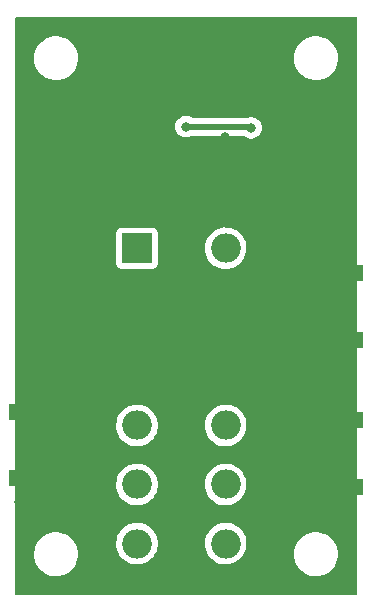
<source format=gbr>
%TF.GenerationSoftware,KiCad,Pcbnew,(6.0.1)*%
%TF.CreationDate,2022-02-11T18:33:40+00:00*%
%TF.ProjectId,Relay_RF_G2RL,52656c61-795f-4524-965f-4732524c2e6b,rev?*%
%TF.SameCoordinates,Original*%
%TF.FileFunction,Copper,L2,Bot*%
%TF.FilePolarity,Positive*%
%FSLAX46Y46*%
G04 Gerber Fmt 4.6, Leading zero omitted, Abs format (unit mm)*
G04 Created by KiCad (PCBNEW (6.0.1)) date 2022-02-11 18:33:40*
%MOMM*%
%LPD*%
G01*
G04 APERTURE LIST*
%TA.AperFunction,SMDPad,CuDef*%
%ADD10R,4.200000X1.350000*%
%TD*%
%TA.AperFunction,ComponentPad*%
%ADD11R,2.500000X2.500000*%
%TD*%
%TA.AperFunction,ComponentPad*%
%ADD12O,2.500000X2.500000*%
%TD*%
%TA.AperFunction,ViaPad*%
%ADD13C,0.800000*%
%TD*%
%TA.AperFunction,Conductor*%
%ADD14C,0.500000*%
%TD*%
G04 APERTURE END LIST*
D10*
%TO.P,J2,2,Ext*%
%TO.N,GND*%
X102100000Y-139575000D03*
X102100000Y-133925000D03*
%TD*%
%TO.P,J4,2,Ext*%
%TO.N,GND*%
X127900000Y-134675000D03*
X127900000Y-140325000D03*
%TD*%
D11*
%TO.P,RL1,1*%
%TO.N,Net-(C1-Pad1)*%
X110850000Y-120100000D03*
D12*
%TO.P,RL1,2*%
%TO.N,Net-(J3-Pad1)*%
X110850000Y-135100000D03*
%TO.P,RL1,3*%
%TO.N,Net-(J2-Pad1)*%
X110850000Y-140100000D03*
%TO.P,RL1,4*%
%TO.N,unconnected-(RL1-Pad4)*%
X110850000Y-145100000D03*
%TO.P,RL1,5*%
%TO.N,Net-(J4-Pad1)*%
X118350000Y-145100000D03*
%TO.P,RL1,6*%
%TO.N,Net-(J2-Pad1)*%
X118350000Y-140100000D03*
%TO.P,RL1,7*%
%TO.N,unconnected-(RL1-Pad7)*%
X118350000Y-135100000D03*
%TO.P,RL1,8*%
%TO.N,Net-(C2-Pad1)*%
X118350000Y-120100000D03*
%TD*%
D10*
%TO.P,J3,2,Ext*%
%TO.N,GND*%
X127900000Y-127825000D03*
X127900000Y-122175000D03*
%TD*%
D13*
%TO.N,GND*%
X121500000Y-137450000D03*
X127750000Y-120400000D03*
X100900000Y-141550000D03*
X120550000Y-128850000D03*
X115150000Y-133800000D03*
X105050000Y-141250000D03*
X120450000Y-122350000D03*
X129050000Y-142650000D03*
X103200000Y-132500000D03*
X110400000Y-137500000D03*
X127900000Y-133250000D03*
X120450000Y-147800000D03*
X124850000Y-141800000D03*
X118300000Y-123550000D03*
X117050000Y-132000000D03*
X105250000Y-134450000D03*
X105200000Y-132700000D03*
X116800000Y-125000000D03*
X124950000Y-128050000D03*
X125800000Y-129600000D03*
X112350000Y-142400000D03*
X120500000Y-140150000D03*
X111550000Y-130900000D03*
X123350000Y-135050000D03*
X115850000Y-146600000D03*
X125850000Y-133250000D03*
X113250000Y-135750000D03*
X109800000Y-142350000D03*
X120450000Y-141750000D03*
X122700000Y-136150000D03*
X117450000Y-137650000D03*
X103250000Y-141500000D03*
X112450000Y-137550000D03*
X120450000Y-138450000D03*
X124800000Y-122050000D03*
X107250000Y-135000000D03*
X127431800Y-114046000D03*
X126100000Y-142650000D03*
X128000000Y-129600000D03*
X124900000Y-140250000D03*
X125800000Y-120450000D03*
X122800000Y-122100000D03*
X109200000Y-133200000D03*
X115250000Y-126650000D03*
X118900000Y-130300000D03*
X119050000Y-137600000D03*
X117750000Y-147750000D03*
X117350000Y-142500000D03*
X101050000Y-132500000D03*
X122550000Y-146550000D03*
X114950000Y-142250000D03*
X109800000Y-110150000D03*
X108750000Y-136500000D03*
X113300000Y-128650000D03*
X107150000Y-142250000D03*
X119100000Y-142500000D03*
X118300000Y-110700000D03*
X115900000Y-144150000D03*
X115500000Y-137600000D03*
X125050000Y-134600000D03*
X124000000Y-144650000D03*
X104900000Y-139450000D03*
X122300000Y-128050000D03*
%TO.N,Net-(J1-Pad2)*%
X120500000Y-109900000D03*
X115000000Y-109800000D03*
%TD*%
D14*
%TO.N,Net-(J1-Pad2)*%
X115000000Y-109800000D02*
X120250000Y-109800000D01*
X120250000Y-109800000D02*
X120400000Y-109800000D01*
X120400000Y-109800000D02*
X120500000Y-109900000D01*
%TD*%
%TA.AperFunction,Conductor*%
%TO.N,GND*%
G36*
X129434121Y-100528002D02*
G01*
X129480614Y-100581658D01*
X129492000Y-100634000D01*
X129492000Y-149366000D01*
X129471998Y-149434121D01*
X129418342Y-149480614D01*
X129366000Y-149492000D01*
X100634000Y-149492000D01*
X100565879Y-149471998D01*
X100519386Y-149418342D01*
X100508000Y-149366000D01*
X100508000Y-146042277D01*
X102137009Y-146042277D01*
X102162625Y-146310769D01*
X102163710Y-146315203D01*
X102163711Y-146315209D01*
X102214710Y-146523626D01*
X102226731Y-146572750D01*
X102327985Y-146822733D01*
X102464265Y-147055482D01*
X102467118Y-147059049D01*
X102584686Y-147206060D01*
X102632716Y-147266119D01*
X102829809Y-147450234D01*
X103051416Y-147603968D01*
X103055499Y-147605999D01*
X103055502Y-147606001D01*
X103171013Y-147663466D01*
X103292894Y-147724101D01*
X103297228Y-147725522D01*
X103297231Y-147725523D01*
X103544853Y-147806698D01*
X103544859Y-147806699D01*
X103549186Y-147808118D01*
X103553677Y-147808898D01*
X103553678Y-147808898D01*
X103811140Y-147853601D01*
X103811148Y-147853602D01*
X103814921Y-147854257D01*
X103818758Y-147854448D01*
X103898578Y-147858422D01*
X103898586Y-147858422D01*
X103900149Y-147858500D01*
X104068512Y-147858500D01*
X104070780Y-147858335D01*
X104070792Y-147858335D01*
X104201884Y-147848823D01*
X104269004Y-147843953D01*
X104273459Y-147842969D01*
X104273462Y-147842969D01*
X104527912Y-147786791D01*
X104527916Y-147786790D01*
X104532372Y-147785806D01*
X104658480Y-147738028D01*
X104780318Y-147691868D01*
X104780321Y-147691867D01*
X104784588Y-147690250D01*
X105020368Y-147559286D01*
X105234773Y-147395657D01*
X105423312Y-147202792D01*
X105582034Y-146984730D01*
X105651720Y-146852278D01*
X105705490Y-146750079D01*
X105705493Y-146750073D01*
X105707615Y-146746039D01*
X105717264Y-146718717D01*
X105795902Y-146496033D01*
X105795902Y-146496032D01*
X105797425Y-146491720D01*
X105843705Y-146256915D01*
X105848700Y-146231572D01*
X105848701Y-146231566D01*
X105849581Y-146227100D01*
X105852859Y-146161259D01*
X105862764Y-145962292D01*
X105862764Y-145962286D01*
X105862991Y-145957723D01*
X105837375Y-145689231D01*
X105809583Y-145575651D01*
X105774355Y-145431688D01*
X105773269Y-145427250D01*
X105672015Y-145177267D01*
X105599745Y-145053839D01*
X109087173Y-145053839D01*
X109099713Y-145314908D01*
X109150704Y-145571256D01*
X109239026Y-145817252D01*
X109241242Y-145821376D01*
X109305753Y-145941437D01*
X109362737Y-146047491D01*
X109365532Y-146051234D01*
X109365534Y-146051237D01*
X109516330Y-146253177D01*
X109516335Y-146253183D01*
X109519122Y-146256915D01*
X109522431Y-146260195D01*
X109522436Y-146260201D01*
X109701426Y-146437635D01*
X109704743Y-146440923D01*
X109708505Y-146443681D01*
X109708508Y-146443684D01*
X109911750Y-146592707D01*
X109915524Y-146595474D01*
X109919667Y-146597654D01*
X109919669Y-146597655D01*
X110142684Y-146714989D01*
X110142689Y-146714991D01*
X110146834Y-146717172D01*
X110393590Y-146803344D01*
X110398183Y-146804216D01*
X110645785Y-146851224D01*
X110645788Y-146851224D01*
X110650374Y-146852095D01*
X110780959Y-146857226D01*
X110906875Y-146862174D01*
X110906881Y-146862174D01*
X110911543Y-146862357D01*
X110990977Y-146853657D01*
X111166707Y-146834412D01*
X111166712Y-146834411D01*
X111171360Y-146833902D01*
X111175884Y-146832711D01*
X111419594Y-146768548D01*
X111419596Y-146768547D01*
X111424117Y-146767357D01*
X111464333Y-146750079D01*
X111659972Y-146666025D01*
X111664262Y-146664182D01*
X111886519Y-146526646D01*
X111890082Y-146523629D01*
X111890087Y-146523626D01*
X112082439Y-146360787D01*
X112082440Y-146360786D01*
X112086005Y-146357768D01*
X112200598Y-146227100D01*
X112255257Y-146164774D01*
X112255261Y-146164769D01*
X112258339Y-146161259D01*
X112399733Y-145941437D01*
X112507083Y-145703129D01*
X112545567Y-145566676D01*
X112576760Y-145456076D01*
X112576761Y-145456073D01*
X112578030Y-145451572D01*
X112594832Y-145319496D01*
X112610616Y-145195421D01*
X112610616Y-145195417D01*
X112611014Y-145192291D01*
X112611408Y-145177267D01*
X112613348Y-145103160D01*
X112613431Y-145100000D01*
X112610001Y-145053839D01*
X116587173Y-145053839D01*
X116599713Y-145314908D01*
X116650704Y-145571256D01*
X116739026Y-145817252D01*
X116741242Y-145821376D01*
X116805753Y-145941437D01*
X116862737Y-146047491D01*
X116865532Y-146051234D01*
X116865534Y-146051237D01*
X117016330Y-146253177D01*
X117016335Y-146253183D01*
X117019122Y-146256915D01*
X117022431Y-146260195D01*
X117022436Y-146260201D01*
X117201426Y-146437635D01*
X117204743Y-146440923D01*
X117208505Y-146443681D01*
X117208508Y-146443684D01*
X117411750Y-146592707D01*
X117415524Y-146595474D01*
X117419667Y-146597654D01*
X117419669Y-146597655D01*
X117642684Y-146714989D01*
X117642689Y-146714991D01*
X117646834Y-146717172D01*
X117893590Y-146803344D01*
X117898183Y-146804216D01*
X118145785Y-146851224D01*
X118145788Y-146851224D01*
X118150374Y-146852095D01*
X118280959Y-146857226D01*
X118406875Y-146862174D01*
X118406881Y-146862174D01*
X118411543Y-146862357D01*
X118490977Y-146853657D01*
X118666707Y-146834412D01*
X118666712Y-146834411D01*
X118671360Y-146833902D01*
X118675884Y-146832711D01*
X118919594Y-146768548D01*
X118919596Y-146768547D01*
X118924117Y-146767357D01*
X118964333Y-146750079D01*
X119159972Y-146666025D01*
X119164262Y-146664182D01*
X119386519Y-146526646D01*
X119390082Y-146523629D01*
X119390087Y-146523626D01*
X119582439Y-146360787D01*
X119582440Y-146360786D01*
X119586005Y-146357768D01*
X119700598Y-146227100D01*
X119755257Y-146164774D01*
X119755261Y-146164769D01*
X119758339Y-146161259D01*
X119834871Y-146042277D01*
X124137009Y-146042277D01*
X124162625Y-146310769D01*
X124163710Y-146315203D01*
X124163711Y-146315209D01*
X124214710Y-146523626D01*
X124226731Y-146572750D01*
X124327985Y-146822733D01*
X124464265Y-147055482D01*
X124467118Y-147059049D01*
X124584686Y-147206060D01*
X124632716Y-147266119D01*
X124829809Y-147450234D01*
X125051416Y-147603968D01*
X125055499Y-147605999D01*
X125055502Y-147606001D01*
X125171013Y-147663466D01*
X125292894Y-147724101D01*
X125297228Y-147725522D01*
X125297231Y-147725523D01*
X125544853Y-147806698D01*
X125544859Y-147806699D01*
X125549186Y-147808118D01*
X125553677Y-147808898D01*
X125553678Y-147808898D01*
X125811140Y-147853601D01*
X125811148Y-147853602D01*
X125814921Y-147854257D01*
X125818758Y-147854448D01*
X125898578Y-147858422D01*
X125898586Y-147858422D01*
X125900149Y-147858500D01*
X126068512Y-147858500D01*
X126070780Y-147858335D01*
X126070792Y-147858335D01*
X126201884Y-147848823D01*
X126269004Y-147843953D01*
X126273459Y-147842969D01*
X126273462Y-147842969D01*
X126527912Y-147786791D01*
X126527916Y-147786790D01*
X126532372Y-147785806D01*
X126658480Y-147738028D01*
X126780318Y-147691868D01*
X126780321Y-147691867D01*
X126784588Y-147690250D01*
X127020368Y-147559286D01*
X127234773Y-147395657D01*
X127423312Y-147202792D01*
X127582034Y-146984730D01*
X127651720Y-146852278D01*
X127705490Y-146750079D01*
X127705493Y-146750073D01*
X127707615Y-146746039D01*
X127717264Y-146718717D01*
X127795902Y-146496033D01*
X127795902Y-146496032D01*
X127797425Y-146491720D01*
X127843705Y-146256915D01*
X127848700Y-146231572D01*
X127848701Y-146231566D01*
X127849581Y-146227100D01*
X127852859Y-146161259D01*
X127862764Y-145962292D01*
X127862764Y-145962286D01*
X127862991Y-145957723D01*
X127837375Y-145689231D01*
X127809583Y-145575651D01*
X127774355Y-145431688D01*
X127773269Y-145427250D01*
X127672015Y-145177267D01*
X127535735Y-144944518D01*
X127417928Y-144797208D01*
X127370136Y-144737447D01*
X127370135Y-144737445D01*
X127367284Y-144733881D01*
X127170191Y-144549766D01*
X126948584Y-144396032D01*
X126944501Y-144394001D01*
X126944498Y-144393999D01*
X126779606Y-144311967D01*
X126707106Y-144275899D01*
X126702772Y-144274478D01*
X126702769Y-144274477D01*
X126455147Y-144193302D01*
X126455141Y-144193301D01*
X126450814Y-144191882D01*
X126446322Y-144191102D01*
X126188860Y-144146399D01*
X126188852Y-144146398D01*
X126185079Y-144145743D01*
X126173817Y-144145182D01*
X126101422Y-144141578D01*
X126101414Y-144141578D01*
X126099851Y-144141500D01*
X125931488Y-144141500D01*
X125929220Y-144141665D01*
X125929208Y-144141665D01*
X125798116Y-144151177D01*
X125730996Y-144156047D01*
X125726541Y-144157031D01*
X125726538Y-144157031D01*
X125472088Y-144213209D01*
X125472084Y-144213210D01*
X125467628Y-144214194D01*
X125341520Y-144261972D01*
X125219682Y-144308132D01*
X125219679Y-144308133D01*
X125215412Y-144309750D01*
X124979632Y-144440714D01*
X124976000Y-144443486D01*
X124797034Y-144580069D01*
X124765227Y-144604343D01*
X124576688Y-144797208D01*
X124417966Y-145015270D01*
X124415844Y-145019304D01*
X124294510Y-145249921D01*
X124294507Y-145249927D01*
X124292385Y-145253961D01*
X124290865Y-145258266D01*
X124290863Y-145258270D01*
X124224239Y-145446934D01*
X124202575Y-145508280D01*
X124177395Y-145636032D01*
X124164171Y-145703129D01*
X124150419Y-145772900D01*
X124150192Y-145777453D01*
X124150192Y-145777456D01*
X124140991Y-145962292D01*
X124137009Y-146042277D01*
X119834871Y-146042277D01*
X119899733Y-145941437D01*
X120007083Y-145703129D01*
X120045567Y-145566676D01*
X120076760Y-145456076D01*
X120076761Y-145456073D01*
X120078030Y-145451572D01*
X120094832Y-145319496D01*
X120110616Y-145195421D01*
X120110616Y-145195417D01*
X120111014Y-145192291D01*
X120111408Y-145177267D01*
X120113348Y-145103160D01*
X120113431Y-145100000D01*
X120107434Y-145019304D01*
X120094407Y-144844000D01*
X120094406Y-144843996D01*
X120094061Y-144839348D01*
X120083787Y-144793940D01*
X120037408Y-144588980D01*
X120036377Y-144584423D01*
X119964127Y-144398631D01*
X119943340Y-144345176D01*
X119943339Y-144345173D01*
X119941647Y-144340823D01*
X119925155Y-144311967D01*
X119870197Y-144215812D01*
X119811951Y-144113902D01*
X119650138Y-143908643D01*
X119459763Y-143729557D01*
X119245009Y-143580576D01*
X119240816Y-143578508D01*
X119014781Y-143467040D01*
X119014778Y-143467039D01*
X119010593Y-143464975D01*
X118964449Y-143450204D01*
X118766123Y-143386720D01*
X118761665Y-143385293D01*
X118503693Y-143343279D01*
X118389942Y-143341790D01*
X118247022Y-143339919D01*
X118247019Y-143339919D01*
X118242345Y-143339858D01*
X117983362Y-143375104D01*
X117732433Y-143448243D01*
X117728180Y-143450203D01*
X117728179Y-143450204D01*
X117691659Y-143467040D01*
X117495072Y-143557668D01*
X117456067Y-143583241D01*
X117280404Y-143698410D01*
X117280399Y-143698414D01*
X117276491Y-143700976D01*
X117081494Y-143875018D01*
X116914363Y-144075970D01*
X116911934Y-144079973D01*
X116830487Y-144214194D01*
X116778771Y-144299419D01*
X116677697Y-144540455D01*
X116613359Y-144793783D01*
X116587173Y-145053839D01*
X112610001Y-145053839D01*
X112607434Y-145019304D01*
X112594407Y-144844000D01*
X112594406Y-144843996D01*
X112594061Y-144839348D01*
X112583787Y-144793940D01*
X112537408Y-144588980D01*
X112536377Y-144584423D01*
X112464127Y-144398631D01*
X112443340Y-144345176D01*
X112443339Y-144345173D01*
X112441647Y-144340823D01*
X112425155Y-144311967D01*
X112370197Y-144215812D01*
X112311951Y-144113902D01*
X112150138Y-143908643D01*
X111959763Y-143729557D01*
X111745009Y-143580576D01*
X111740816Y-143578508D01*
X111514781Y-143467040D01*
X111514778Y-143467039D01*
X111510593Y-143464975D01*
X111464449Y-143450204D01*
X111266123Y-143386720D01*
X111261665Y-143385293D01*
X111003693Y-143343279D01*
X110889942Y-143341790D01*
X110747022Y-143339919D01*
X110747019Y-143339919D01*
X110742345Y-143339858D01*
X110483362Y-143375104D01*
X110232433Y-143448243D01*
X110228180Y-143450203D01*
X110228179Y-143450204D01*
X110191659Y-143467040D01*
X109995072Y-143557668D01*
X109956067Y-143583241D01*
X109780404Y-143698410D01*
X109780399Y-143698414D01*
X109776491Y-143700976D01*
X109581494Y-143875018D01*
X109414363Y-144075970D01*
X109411934Y-144079973D01*
X109330487Y-144214194D01*
X109278771Y-144299419D01*
X109177697Y-144540455D01*
X109113359Y-144793783D01*
X109087173Y-145053839D01*
X105599745Y-145053839D01*
X105535735Y-144944518D01*
X105417928Y-144797208D01*
X105370136Y-144737447D01*
X105370135Y-144737445D01*
X105367284Y-144733881D01*
X105170191Y-144549766D01*
X104948584Y-144396032D01*
X104944501Y-144394001D01*
X104944498Y-144393999D01*
X104779606Y-144311967D01*
X104707106Y-144275899D01*
X104702772Y-144274478D01*
X104702769Y-144274477D01*
X104455147Y-144193302D01*
X104455141Y-144193301D01*
X104450814Y-144191882D01*
X104446322Y-144191102D01*
X104188860Y-144146399D01*
X104188852Y-144146398D01*
X104185079Y-144145743D01*
X104173817Y-144145182D01*
X104101422Y-144141578D01*
X104101414Y-144141578D01*
X104099851Y-144141500D01*
X103931488Y-144141500D01*
X103929220Y-144141665D01*
X103929208Y-144141665D01*
X103798116Y-144151177D01*
X103730996Y-144156047D01*
X103726541Y-144157031D01*
X103726538Y-144157031D01*
X103472088Y-144213209D01*
X103472084Y-144213210D01*
X103467628Y-144214194D01*
X103341520Y-144261972D01*
X103219682Y-144308132D01*
X103219679Y-144308133D01*
X103215412Y-144309750D01*
X102979632Y-144440714D01*
X102976000Y-144443486D01*
X102797034Y-144580069D01*
X102765227Y-144604343D01*
X102576688Y-144797208D01*
X102417966Y-145015270D01*
X102415844Y-145019304D01*
X102294510Y-145249921D01*
X102294507Y-145249927D01*
X102292385Y-145253961D01*
X102290865Y-145258266D01*
X102290863Y-145258270D01*
X102224239Y-145446934D01*
X102202575Y-145508280D01*
X102177395Y-145636032D01*
X102164171Y-145703129D01*
X102150419Y-145772900D01*
X102150192Y-145777453D01*
X102150192Y-145777456D01*
X102140991Y-145962292D01*
X102137009Y-146042277D01*
X100508000Y-146042277D01*
X100508000Y-140053839D01*
X109087173Y-140053839D01*
X109099713Y-140314908D01*
X109150704Y-140571256D01*
X109239026Y-140817252D01*
X109241242Y-140821376D01*
X109305753Y-140941437D01*
X109362737Y-141047491D01*
X109365532Y-141051234D01*
X109365534Y-141051237D01*
X109516330Y-141253177D01*
X109516335Y-141253183D01*
X109519122Y-141256915D01*
X109522431Y-141260195D01*
X109522436Y-141260201D01*
X109701426Y-141437635D01*
X109704743Y-141440923D01*
X109708505Y-141443681D01*
X109708508Y-141443684D01*
X109911750Y-141592707D01*
X109915524Y-141595474D01*
X109919667Y-141597654D01*
X109919669Y-141597655D01*
X110142684Y-141714989D01*
X110142689Y-141714991D01*
X110146834Y-141717172D01*
X110393590Y-141803344D01*
X110398183Y-141804216D01*
X110645785Y-141851224D01*
X110645788Y-141851224D01*
X110650374Y-141852095D01*
X110780958Y-141857226D01*
X110906875Y-141862174D01*
X110906881Y-141862174D01*
X110911543Y-141862357D01*
X110990977Y-141853657D01*
X111166707Y-141834412D01*
X111166712Y-141834411D01*
X111171360Y-141833902D01*
X111284116Y-141804216D01*
X111419594Y-141768548D01*
X111419596Y-141768547D01*
X111424117Y-141767357D01*
X111664262Y-141664182D01*
X111886519Y-141526646D01*
X111890082Y-141523629D01*
X111890087Y-141523626D01*
X112082439Y-141360787D01*
X112082440Y-141360786D01*
X112086005Y-141357768D01*
X112177729Y-141253177D01*
X112255257Y-141164774D01*
X112255261Y-141164769D01*
X112258339Y-141161259D01*
X112399733Y-140941437D01*
X112507083Y-140703129D01*
X112578030Y-140451572D01*
X112594832Y-140319496D01*
X112610616Y-140195421D01*
X112610616Y-140195417D01*
X112611014Y-140192291D01*
X112613431Y-140100000D01*
X112610001Y-140053839D01*
X116587173Y-140053839D01*
X116599713Y-140314908D01*
X116650704Y-140571256D01*
X116739026Y-140817252D01*
X116741242Y-140821376D01*
X116805753Y-140941437D01*
X116862737Y-141047491D01*
X116865532Y-141051234D01*
X116865534Y-141051237D01*
X117016330Y-141253177D01*
X117016335Y-141253183D01*
X117019122Y-141256915D01*
X117022431Y-141260195D01*
X117022436Y-141260201D01*
X117201426Y-141437635D01*
X117204743Y-141440923D01*
X117208505Y-141443681D01*
X117208508Y-141443684D01*
X117411750Y-141592707D01*
X117415524Y-141595474D01*
X117419667Y-141597654D01*
X117419669Y-141597655D01*
X117642684Y-141714989D01*
X117642689Y-141714991D01*
X117646834Y-141717172D01*
X117893590Y-141803344D01*
X117898183Y-141804216D01*
X118145785Y-141851224D01*
X118145788Y-141851224D01*
X118150374Y-141852095D01*
X118280958Y-141857226D01*
X118406875Y-141862174D01*
X118406881Y-141862174D01*
X118411543Y-141862357D01*
X118490977Y-141853657D01*
X118666707Y-141834412D01*
X118666712Y-141834411D01*
X118671360Y-141833902D01*
X118784116Y-141804216D01*
X118919594Y-141768548D01*
X118919596Y-141768547D01*
X118924117Y-141767357D01*
X119164262Y-141664182D01*
X119386519Y-141526646D01*
X119390082Y-141523629D01*
X119390087Y-141523626D01*
X119582439Y-141360787D01*
X119582440Y-141360786D01*
X119586005Y-141357768D01*
X119677729Y-141253177D01*
X119755257Y-141164774D01*
X119755261Y-141164769D01*
X119758339Y-141161259D01*
X119899733Y-140941437D01*
X120007083Y-140703129D01*
X120078030Y-140451572D01*
X120094832Y-140319496D01*
X120110616Y-140195421D01*
X120110616Y-140195417D01*
X120111014Y-140192291D01*
X120113431Y-140100000D01*
X120094061Y-139839348D01*
X120082725Y-139789248D01*
X120037408Y-139588980D01*
X120036377Y-139584423D01*
X119941647Y-139340823D01*
X119811951Y-139113902D01*
X119650138Y-138908643D01*
X119459763Y-138729557D01*
X119245009Y-138580576D01*
X119240816Y-138578508D01*
X119014781Y-138467040D01*
X119014778Y-138467039D01*
X119010593Y-138464975D01*
X118964449Y-138450204D01*
X118766123Y-138386720D01*
X118761665Y-138385293D01*
X118503693Y-138343279D01*
X118389942Y-138341790D01*
X118247022Y-138339919D01*
X118247019Y-138339919D01*
X118242345Y-138339858D01*
X117983362Y-138375104D01*
X117732433Y-138448243D01*
X117728180Y-138450203D01*
X117728179Y-138450204D01*
X117691659Y-138467040D01*
X117495072Y-138557668D01*
X117456067Y-138583241D01*
X117280404Y-138698410D01*
X117280399Y-138698414D01*
X117276491Y-138700976D01*
X117081494Y-138875018D01*
X116914363Y-139075970D01*
X116778771Y-139299419D01*
X116677697Y-139540455D01*
X116613359Y-139793783D01*
X116587173Y-140053839D01*
X112610001Y-140053839D01*
X112594061Y-139839348D01*
X112582725Y-139789248D01*
X112537408Y-139588980D01*
X112536377Y-139584423D01*
X112441647Y-139340823D01*
X112311951Y-139113902D01*
X112150138Y-138908643D01*
X111959763Y-138729557D01*
X111745009Y-138580576D01*
X111740816Y-138578508D01*
X111514781Y-138467040D01*
X111514778Y-138467039D01*
X111510593Y-138464975D01*
X111464449Y-138450204D01*
X111266123Y-138386720D01*
X111261665Y-138385293D01*
X111003693Y-138343279D01*
X110889942Y-138341790D01*
X110747022Y-138339919D01*
X110747019Y-138339919D01*
X110742345Y-138339858D01*
X110483362Y-138375104D01*
X110232433Y-138448243D01*
X110228180Y-138450203D01*
X110228179Y-138450204D01*
X110191659Y-138467040D01*
X109995072Y-138557668D01*
X109956067Y-138583241D01*
X109780404Y-138698410D01*
X109780399Y-138698414D01*
X109776491Y-138700976D01*
X109581494Y-138875018D01*
X109414363Y-139075970D01*
X109278771Y-139299419D01*
X109177697Y-139540455D01*
X109113359Y-139793783D01*
X109087173Y-140053839D01*
X100508000Y-140053839D01*
X100508000Y-135053839D01*
X109087173Y-135053839D01*
X109099713Y-135314908D01*
X109150704Y-135571256D01*
X109239026Y-135817252D01*
X109241242Y-135821376D01*
X109305753Y-135941437D01*
X109362737Y-136047491D01*
X109365532Y-136051234D01*
X109365534Y-136051237D01*
X109516330Y-136253177D01*
X109516335Y-136253183D01*
X109519122Y-136256915D01*
X109522431Y-136260195D01*
X109522436Y-136260201D01*
X109701426Y-136437635D01*
X109704743Y-136440923D01*
X109708505Y-136443681D01*
X109708508Y-136443684D01*
X109911750Y-136592707D01*
X109915524Y-136595474D01*
X109919667Y-136597654D01*
X109919669Y-136597655D01*
X110142684Y-136714989D01*
X110142689Y-136714991D01*
X110146834Y-136717172D01*
X110393590Y-136803344D01*
X110398183Y-136804216D01*
X110645785Y-136851224D01*
X110645788Y-136851224D01*
X110650374Y-136852095D01*
X110780959Y-136857226D01*
X110906875Y-136862174D01*
X110906881Y-136862174D01*
X110911543Y-136862357D01*
X110990977Y-136853657D01*
X111166707Y-136834412D01*
X111166712Y-136834411D01*
X111171360Y-136833902D01*
X111284116Y-136804216D01*
X111419594Y-136768548D01*
X111419596Y-136768547D01*
X111424117Y-136767357D01*
X111664262Y-136664182D01*
X111886519Y-136526646D01*
X111890082Y-136523629D01*
X111890087Y-136523626D01*
X112082439Y-136360787D01*
X112082440Y-136360786D01*
X112086005Y-136357768D01*
X112177729Y-136253177D01*
X112255257Y-136164774D01*
X112255261Y-136164769D01*
X112258339Y-136161259D01*
X112399733Y-135941437D01*
X112507083Y-135703129D01*
X112578030Y-135451572D01*
X112594832Y-135319496D01*
X112610616Y-135195421D01*
X112610616Y-135195417D01*
X112611014Y-135192291D01*
X112613431Y-135100000D01*
X112610001Y-135053839D01*
X116587173Y-135053839D01*
X116599713Y-135314908D01*
X116650704Y-135571256D01*
X116739026Y-135817252D01*
X116741242Y-135821376D01*
X116805753Y-135941437D01*
X116862737Y-136047491D01*
X116865532Y-136051234D01*
X116865534Y-136051237D01*
X117016330Y-136253177D01*
X117016335Y-136253183D01*
X117019122Y-136256915D01*
X117022431Y-136260195D01*
X117022436Y-136260201D01*
X117201426Y-136437635D01*
X117204743Y-136440923D01*
X117208505Y-136443681D01*
X117208508Y-136443684D01*
X117411750Y-136592707D01*
X117415524Y-136595474D01*
X117419667Y-136597654D01*
X117419669Y-136597655D01*
X117642684Y-136714989D01*
X117642689Y-136714991D01*
X117646834Y-136717172D01*
X117893590Y-136803344D01*
X117898183Y-136804216D01*
X118145785Y-136851224D01*
X118145788Y-136851224D01*
X118150374Y-136852095D01*
X118280959Y-136857226D01*
X118406875Y-136862174D01*
X118406881Y-136862174D01*
X118411543Y-136862357D01*
X118490977Y-136853657D01*
X118666707Y-136834412D01*
X118666712Y-136834411D01*
X118671360Y-136833902D01*
X118784116Y-136804216D01*
X118919594Y-136768548D01*
X118919596Y-136768547D01*
X118924117Y-136767357D01*
X119164262Y-136664182D01*
X119386519Y-136526646D01*
X119390082Y-136523629D01*
X119390087Y-136523626D01*
X119582439Y-136360787D01*
X119582440Y-136360786D01*
X119586005Y-136357768D01*
X119677729Y-136253177D01*
X119755257Y-136164774D01*
X119755261Y-136164769D01*
X119758339Y-136161259D01*
X119899733Y-135941437D01*
X120007083Y-135703129D01*
X120078030Y-135451572D01*
X120094832Y-135319496D01*
X120110616Y-135195421D01*
X120110616Y-135195417D01*
X120111014Y-135192291D01*
X120113431Y-135100000D01*
X120094061Y-134839348D01*
X120082725Y-134789248D01*
X120037408Y-134588980D01*
X120036377Y-134584423D01*
X119941647Y-134340823D01*
X119811951Y-134113902D01*
X119650138Y-133908643D01*
X119459763Y-133729557D01*
X119245009Y-133580576D01*
X119240816Y-133578508D01*
X119014781Y-133467040D01*
X119014778Y-133467039D01*
X119010593Y-133464975D01*
X118964449Y-133450204D01*
X118766123Y-133386720D01*
X118761665Y-133385293D01*
X118503693Y-133343279D01*
X118389942Y-133341790D01*
X118247022Y-133339919D01*
X118247019Y-133339919D01*
X118242345Y-133339858D01*
X117983362Y-133375104D01*
X117732433Y-133448243D01*
X117728180Y-133450203D01*
X117728179Y-133450204D01*
X117691659Y-133467040D01*
X117495072Y-133557668D01*
X117456067Y-133583241D01*
X117280404Y-133698410D01*
X117280399Y-133698414D01*
X117276491Y-133700976D01*
X117081494Y-133875018D01*
X116914363Y-134075970D01*
X116778771Y-134299419D01*
X116677697Y-134540455D01*
X116613359Y-134793783D01*
X116587173Y-135053839D01*
X112610001Y-135053839D01*
X112594061Y-134839348D01*
X112582725Y-134789248D01*
X112537408Y-134588980D01*
X112536377Y-134584423D01*
X112441647Y-134340823D01*
X112311951Y-134113902D01*
X112150138Y-133908643D01*
X111959763Y-133729557D01*
X111745009Y-133580576D01*
X111740816Y-133578508D01*
X111514781Y-133467040D01*
X111514778Y-133467039D01*
X111510593Y-133464975D01*
X111464449Y-133450204D01*
X111266123Y-133386720D01*
X111261665Y-133385293D01*
X111003693Y-133343279D01*
X110889942Y-133341790D01*
X110747022Y-133339919D01*
X110747019Y-133339919D01*
X110742345Y-133339858D01*
X110483362Y-133375104D01*
X110232433Y-133448243D01*
X110228180Y-133450203D01*
X110228179Y-133450204D01*
X110191659Y-133467040D01*
X109995072Y-133557668D01*
X109956067Y-133583241D01*
X109780404Y-133698410D01*
X109780399Y-133698414D01*
X109776491Y-133700976D01*
X109581494Y-133875018D01*
X109414363Y-134075970D01*
X109278771Y-134299419D01*
X109177697Y-134540455D01*
X109113359Y-134793783D01*
X109087173Y-135053839D01*
X100508000Y-135053839D01*
X100508000Y-121398134D01*
X109091500Y-121398134D01*
X109098255Y-121460316D01*
X109149385Y-121596705D01*
X109236739Y-121713261D01*
X109353295Y-121800615D01*
X109489684Y-121851745D01*
X109551866Y-121858500D01*
X112148134Y-121858500D01*
X112210316Y-121851745D01*
X112346705Y-121800615D01*
X112463261Y-121713261D01*
X112550615Y-121596705D01*
X112601745Y-121460316D01*
X112608500Y-121398134D01*
X112608500Y-120053839D01*
X116587173Y-120053839D01*
X116599713Y-120314908D01*
X116650704Y-120571256D01*
X116739026Y-120817252D01*
X116741242Y-120821376D01*
X116805753Y-120941437D01*
X116862737Y-121047491D01*
X116865532Y-121051234D01*
X116865534Y-121051237D01*
X117016330Y-121253177D01*
X117016335Y-121253183D01*
X117019122Y-121256915D01*
X117022431Y-121260195D01*
X117022436Y-121260201D01*
X117201426Y-121437635D01*
X117204743Y-121440923D01*
X117208505Y-121443681D01*
X117208508Y-121443684D01*
X117405736Y-121588297D01*
X117415524Y-121595474D01*
X117419667Y-121597654D01*
X117419669Y-121597655D01*
X117642684Y-121714989D01*
X117642689Y-121714991D01*
X117646834Y-121717172D01*
X117893590Y-121803344D01*
X117898183Y-121804216D01*
X118145785Y-121851224D01*
X118145788Y-121851224D01*
X118150374Y-121852095D01*
X118280958Y-121857226D01*
X118406875Y-121862174D01*
X118406881Y-121862174D01*
X118411543Y-121862357D01*
X118500651Y-121852598D01*
X118666707Y-121834412D01*
X118666712Y-121834411D01*
X118671360Y-121833902D01*
X118784116Y-121804216D01*
X118919594Y-121768548D01*
X118919596Y-121768547D01*
X118924117Y-121767357D01*
X119164262Y-121664182D01*
X119386519Y-121526646D01*
X119390082Y-121523629D01*
X119390087Y-121523626D01*
X119582439Y-121360787D01*
X119582440Y-121360786D01*
X119586005Y-121357768D01*
X119677729Y-121253177D01*
X119755257Y-121164774D01*
X119755261Y-121164769D01*
X119758339Y-121161259D01*
X119899733Y-120941437D01*
X120007083Y-120703129D01*
X120078030Y-120451572D01*
X120094832Y-120319496D01*
X120110616Y-120195421D01*
X120110616Y-120195417D01*
X120111014Y-120192291D01*
X120113431Y-120100000D01*
X120094061Y-119839348D01*
X120082725Y-119789248D01*
X120037408Y-119588980D01*
X120036377Y-119584423D01*
X119941647Y-119340823D01*
X119811951Y-119113902D01*
X119650138Y-118908643D01*
X119459763Y-118729557D01*
X119245009Y-118580576D01*
X119240816Y-118578508D01*
X119014781Y-118467040D01*
X119014778Y-118467039D01*
X119010593Y-118464975D01*
X118964449Y-118450204D01*
X118766123Y-118386720D01*
X118761665Y-118385293D01*
X118503693Y-118343279D01*
X118389942Y-118341790D01*
X118247022Y-118339919D01*
X118247019Y-118339919D01*
X118242345Y-118339858D01*
X117983362Y-118375104D01*
X117732433Y-118448243D01*
X117728180Y-118450203D01*
X117728179Y-118450204D01*
X117691659Y-118467040D01*
X117495072Y-118557668D01*
X117456067Y-118583241D01*
X117280404Y-118698410D01*
X117280399Y-118698414D01*
X117276491Y-118700976D01*
X117081494Y-118875018D01*
X116914363Y-119075970D01*
X116778771Y-119299419D01*
X116677697Y-119540455D01*
X116613359Y-119793783D01*
X116587173Y-120053839D01*
X112608500Y-120053839D01*
X112608500Y-118801866D01*
X112601745Y-118739684D01*
X112550615Y-118603295D01*
X112463261Y-118486739D01*
X112346705Y-118399385D01*
X112210316Y-118348255D01*
X112148134Y-118341500D01*
X109551866Y-118341500D01*
X109489684Y-118348255D01*
X109353295Y-118399385D01*
X109236739Y-118486739D01*
X109149385Y-118603295D01*
X109098255Y-118739684D01*
X109091500Y-118801866D01*
X109091500Y-121398134D01*
X100508000Y-121398134D01*
X100508000Y-109800000D01*
X114086496Y-109800000D01*
X114106458Y-109989928D01*
X114165473Y-110171556D01*
X114260960Y-110336944D01*
X114388747Y-110478866D01*
X114487843Y-110550864D01*
X114537904Y-110587235D01*
X114543248Y-110591118D01*
X114549276Y-110593802D01*
X114549278Y-110593803D01*
X114711681Y-110666109D01*
X114717712Y-110668794D01*
X114804479Y-110687237D01*
X114898056Y-110707128D01*
X114898061Y-110707128D01*
X114904513Y-110708500D01*
X115095487Y-110708500D01*
X115101939Y-110707128D01*
X115101944Y-110707128D01*
X115195521Y-110687237D01*
X115282288Y-110668794D01*
X115288319Y-110666109D01*
X115450722Y-110593803D01*
X115450724Y-110593802D01*
X115456752Y-110591118D01*
X115462091Y-110587239D01*
X115462098Y-110587235D01*
X115468528Y-110582563D01*
X115542587Y-110558500D01*
X119819776Y-110558500D01*
X119887897Y-110578502D01*
X119893834Y-110582562D01*
X120043248Y-110691118D01*
X120049276Y-110693802D01*
X120049278Y-110693803D01*
X120211681Y-110766109D01*
X120217712Y-110768794D01*
X120311112Y-110788647D01*
X120398056Y-110807128D01*
X120398061Y-110807128D01*
X120404513Y-110808500D01*
X120595487Y-110808500D01*
X120601939Y-110807128D01*
X120601944Y-110807128D01*
X120688888Y-110788647D01*
X120782288Y-110768794D01*
X120788319Y-110766109D01*
X120950722Y-110693803D01*
X120950724Y-110693802D01*
X120956752Y-110691118D01*
X121111253Y-110578866D01*
X121239040Y-110436944D01*
X121334527Y-110271556D01*
X121393542Y-110089928D01*
X121403393Y-109996206D01*
X121412814Y-109906565D01*
X121413504Y-109900000D01*
X121393542Y-109710072D01*
X121334527Y-109528444D01*
X121239040Y-109363056D01*
X121111253Y-109221134D01*
X120980375Y-109126045D01*
X120962094Y-109112763D01*
X120962093Y-109112762D01*
X120956752Y-109108882D01*
X120950724Y-109106198D01*
X120950722Y-109106197D01*
X120788319Y-109033891D01*
X120788318Y-109033891D01*
X120782288Y-109031206D01*
X120688887Y-109011353D01*
X120601944Y-108992872D01*
X120601939Y-108992872D01*
X120595487Y-108991500D01*
X120404513Y-108991500D01*
X120398061Y-108992872D01*
X120398056Y-108992872D01*
X120224169Y-109029833D01*
X120224164Y-109029834D01*
X120217712Y-109031206D01*
X120211681Y-109033891D01*
X120207244Y-109035333D01*
X120168307Y-109041500D01*
X115542587Y-109041500D01*
X115468528Y-109017437D01*
X115462098Y-109012765D01*
X115462091Y-109012761D01*
X115456752Y-109008882D01*
X115450724Y-109006198D01*
X115450722Y-109006197D01*
X115288319Y-108933891D01*
X115288318Y-108933891D01*
X115282288Y-108931206D01*
X115188887Y-108911353D01*
X115101944Y-108892872D01*
X115101939Y-108892872D01*
X115095487Y-108891500D01*
X114904513Y-108891500D01*
X114898061Y-108892872D01*
X114898056Y-108892872D01*
X114811113Y-108911353D01*
X114717712Y-108931206D01*
X114711682Y-108933891D01*
X114711681Y-108933891D01*
X114549278Y-109006197D01*
X114549276Y-109006198D01*
X114543248Y-109008882D01*
X114537907Y-109012762D01*
X114537906Y-109012763D01*
X114514410Y-109029834D01*
X114388747Y-109121134D01*
X114260960Y-109263056D01*
X114165473Y-109428444D01*
X114106458Y-109610072D01*
X114105768Y-109616633D01*
X114105768Y-109616635D01*
X114095948Y-109710072D01*
X114086496Y-109800000D01*
X100508000Y-109800000D01*
X100508000Y-104042277D01*
X102137009Y-104042277D01*
X102162625Y-104310769D01*
X102163710Y-104315203D01*
X102163711Y-104315209D01*
X102225645Y-104568312D01*
X102226731Y-104572750D01*
X102327985Y-104822733D01*
X102464265Y-105055482D01*
X102467118Y-105059049D01*
X102584686Y-105206060D01*
X102632716Y-105266119D01*
X102829809Y-105450234D01*
X103051416Y-105603968D01*
X103055499Y-105605999D01*
X103055502Y-105606001D01*
X103171013Y-105663466D01*
X103292894Y-105724101D01*
X103297228Y-105725522D01*
X103297231Y-105725523D01*
X103544853Y-105806698D01*
X103544859Y-105806699D01*
X103549186Y-105808118D01*
X103553677Y-105808898D01*
X103553678Y-105808898D01*
X103811140Y-105853601D01*
X103811148Y-105853602D01*
X103814921Y-105854257D01*
X103818758Y-105854448D01*
X103898578Y-105858422D01*
X103898586Y-105858422D01*
X103900149Y-105858500D01*
X104068512Y-105858500D01*
X104070780Y-105858335D01*
X104070792Y-105858335D01*
X104201884Y-105848823D01*
X104269004Y-105843953D01*
X104273459Y-105842969D01*
X104273462Y-105842969D01*
X104527912Y-105786791D01*
X104527916Y-105786790D01*
X104532372Y-105785806D01*
X104658480Y-105738028D01*
X104780318Y-105691868D01*
X104780321Y-105691867D01*
X104784588Y-105690250D01*
X105020368Y-105559286D01*
X105234773Y-105395657D01*
X105423312Y-105202792D01*
X105582034Y-104984730D01*
X105665190Y-104826676D01*
X105705490Y-104750079D01*
X105705493Y-104750073D01*
X105707615Y-104746039D01*
X105770378Y-104568312D01*
X105795902Y-104496033D01*
X105795902Y-104496032D01*
X105797425Y-104491720D01*
X105849581Y-104227100D01*
X105858782Y-104042277D01*
X124137009Y-104042277D01*
X124162625Y-104310769D01*
X124163710Y-104315203D01*
X124163711Y-104315209D01*
X124225645Y-104568312D01*
X124226731Y-104572750D01*
X124327985Y-104822733D01*
X124464265Y-105055482D01*
X124467118Y-105059049D01*
X124584686Y-105206060D01*
X124632716Y-105266119D01*
X124829809Y-105450234D01*
X125051416Y-105603968D01*
X125055499Y-105605999D01*
X125055502Y-105606001D01*
X125171013Y-105663466D01*
X125292894Y-105724101D01*
X125297228Y-105725522D01*
X125297231Y-105725523D01*
X125544853Y-105806698D01*
X125544859Y-105806699D01*
X125549186Y-105808118D01*
X125553677Y-105808898D01*
X125553678Y-105808898D01*
X125811140Y-105853601D01*
X125811148Y-105853602D01*
X125814921Y-105854257D01*
X125818758Y-105854448D01*
X125898578Y-105858422D01*
X125898586Y-105858422D01*
X125900149Y-105858500D01*
X126068512Y-105858500D01*
X126070780Y-105858335D01*
X126070792Y-105858335D01*
X126201884Y-105848823D01*
X126269004Y-105843953D01*
X126273459Y-105842969D01*
X126273462Y-105842969D01*
X126527912Y-105786791D01*
X126527916Y-105786790D01*
X126532372Y-105785806D01*
X126658480Y-105738028D01*
X126780318Y-105691868D01*
X126780321Y-105691867D01*
X126784588Y-105690250D01*
X127020368Y-105559286D01*
X127234773Y-105395657D01*
X127423312Y-105202792D01*
X127582034Y-104984730D01*
X127665190Y-104826676D01*
X127705490Y-104750079D01*
X127705493Y-104750073D01*
X127707615Y-104746039D01*
X127770378Y-104568312D01*
X127795902Y-104496033D01*
X127795902Y-104496032D01*
X127797425Y-104491720D01*
X127849581Y-104227100D01*
X127858782Y-104042277D01*
X127862764Y-103962292D01*
X127862764Y-103962286D01*
X127862991Y-103957723D01*
X127837375Y-103689231D01*
X127792042Y-103503967D01*
X127774355Y-103431688D01*
X127773269Y-103427250D01*
X127672015Y-103177267D01*
X127535735Y-102944518D01*
X127417928Y-102797208D01*
X127370136Y-102737447D01*
X127370135Y-102737445D01*
X127367284Y-102733881D01*
X127170191Y-102549766D01*
X126948584Y-102396032D01*
X126944501Y-102394001D01*
X126944498Y-102393999D01*
X126779606Y-102311967D01*
X126707106Y-102275899D01*
X126702772Y-102274478D01*
X126702769Y-102274477D01*
X126455147Y-102193302D01*
X126455141Y-102193301D01*
X126450814Y-102191882D01*
X126446322Y-102191102D01*
X126188860Y-102146399D01*
X126188852Y-102146398D01*
X126185079Y-102145743D01*
X126173817Y-102145182D01*
X126101422Y-102141578D01*
X126101414Y-102141578D01*
X126099851Y-102141500D01*
X125931488Y-102141500D01*
X125929220Y-102141665D01*
X125929208Y-102141665D01*
X125798116Y-102151177D01*
X125730996Y-102156047D01*
X125726541Y-102157031D01*
X125726538Y-102157031D01*
X125472088Y-102213209D01*
X125472084Y-102213210D01*
X125467628Y-102214194D01*
X125341520Y-102261972D01*
X125219682Y-102308132D01*
X125219679Y-102308133D01*
X125215412Y-102309750D01*
X124979632Y-102440714D01*
X124765227Y-102604343D01*
X124576688Y-102797208D01*
X124417966Y-103015270D01*
X124415844Y-103019304D01*
X124294510Y-103249921D01*
X124294507Y-103249927D01*
X124292385Y-103253961D01*
X124290865Y-103258266D01*
X124290863Y-103258270D01*
X124204098Y-103503967D01*
X124202575Y-103508280D01*
X124150419Y-103772900D01*
X124150192Y-103777453D01*
X124150192Y-103777456D01*
X124140991Y-103962292D01*
X124137009Y-104042277D01*
X105858782Y-104042277D01*
X105862764Y-103962292D01*
X105862764Y-103962286D01*
X105862991Y-103957723D01*
X105837375Y-103689231D01*
X105792042Y-103503967D01*
X105774355Y-103431688D01*
X105773269Y-103427250D01*
X105672015Y-103177267D01*
X105535735Y-102944518D01*
X105417928Y-102797208D01*
X105370136Y-102737447D01*
X105370135Y-102737445D01*
X105367284Y-102733881D01*
X105170191Y-102549766D01*
X104948584Y-102396032D01*
X104944501Y-102394001D01*
X104944498Y-102393999D01*
X104779606Y-102311967D01*
X104707106Y-102275899D01*
X104702772Y-102274478D01*
X104702769Y-102274477D01*
X104455147Y-102193302D01*
X104455141Y-102193301D01*
X104450814Y-102191882D01*
X104446322Y-102191102D01*
X104188860Y-102146399D01*
X104188852Y-102146398D01*
X104185079Y-102145743D01*
X104173817Y-102145182D01*
X104101422Y-102141578D01*
X104101414Y-102141578D01*
X104099851Y-102141500D01*
X103931488Y-102141500D01*
X103929220Y-102141665D01*
X103929208Y-102141665D01*
X103798116Y-102151177D01*
X103730996Y-102156047D01*
X103726541Y-102157031D01*
X103726538Y-102157031D01*
X103472088Y-102213209D01*
X103472084Y-102213210D01*
X103467628Y-102214194D01*
X103341520Y-102261972D01*
X103219682Y-102308132D01*
X103219679Y-102308133D01*
X103215412Y-102309750D01*
X102979632Y-102440714D01*
X102765227Y-102604343D01*
X102576688Y-102797208D01*
X102417966Y-103015270D01*
X102415844Y-103019304D01*
X102294510Y-103249921D01*
X102294507Y-103249927D01*
X102292385Y-103253961D01*
X102290865Y-103258266D01*
X102290863Y-103258270D01*
X102204098Y-103503967D01*
X102202575Y-103508280D01*
X102150419Y-103772900D01*
X102150192Y-103777453D01*
X102150192Y-103777456D01*
X102140991Y-103962292D01*
X102137009Y-104042277D01*
X100508000Y-104042277D01*
X100508000Y-100634000D01*
X100528002Y-100565879D01*
X100581658Y-100519386D01*
X100634000Y-100508000D01*
X129366000Y-100508000D01*
X129434121Y-100528002D01*
G37*
%TD.AperFunction*%
%TD*%
M02*

</source>
